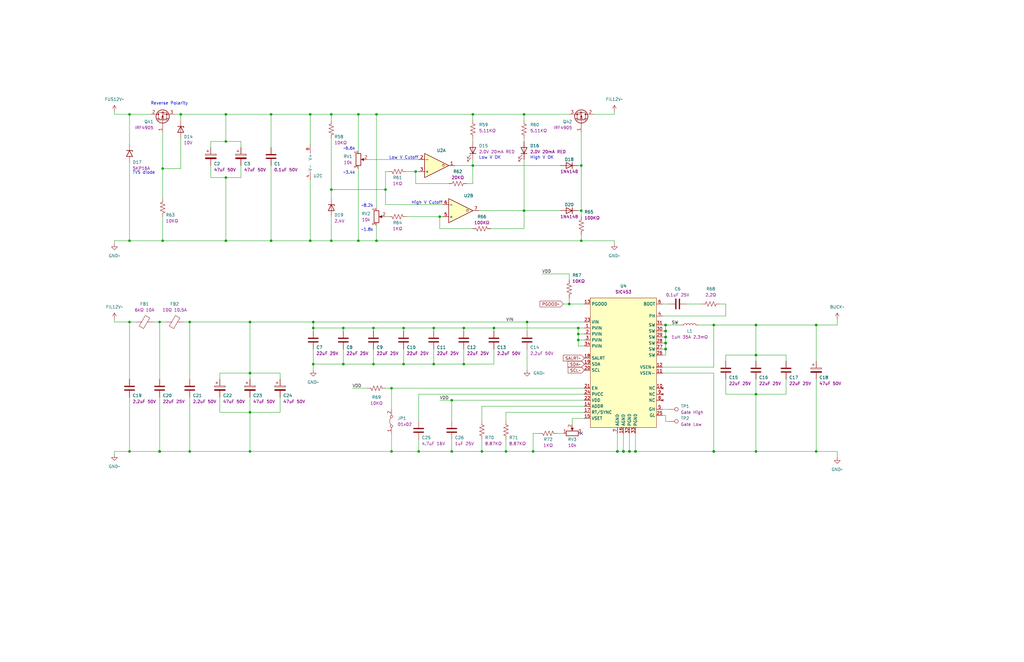
<source format=kicad_sch>
(kicad_sch (version 20230121) (generator eeschema)
  (paper "B")
  (junction (at 243.84 143.51))
  (junction (at 170.18 138.43))
  (junction (at 139.7 80.01))
  (junction (at 224.79 190.5))
  (junction (at 280.67 147.32) (diameter 1.016))
  (junction (at 220.98 48.26))
  (junction (at 203.2 190.5))
  (junction (at 114.3 48.26))
  (junction (at 182.88 138.43))
  (junction (at 158.75 101.6))
  (junction (at 260.35 190.5) (diameter 1.016))
  (junction (at 195.58 138.43))
  (junction (at 76.2 48.26))
  (junction (at 267.97 190.5) (diameter 1.016))
  (junction (at 165.1 190.5))
  (junction (at 300.99 137.16))
  (junction (at 243.84 140.97))
  (junction (at 54.61 101.6))
  (junction (at 280.67 142.24) (diameter 1.016))
  (junction (at 245.11 69.85))
  (junction (at 195.58 153.67))
  (junction (at 95.25 101.6))
  (junction (at 220.98 88.9))
  (junction (at 105.41 173.99))
  (junction (at 199.39 69.85))
  (junction (at 344.17 190.5))
  (junction (at 199.39 48.26))
  (junction (at 185.42 91.44))
  (junction (at 208.28 138.43))
  (junction (at 130.81 101.6))
  (junction (at 280.67 144.78) (diameter 1.016))
  (junction (at 132.08 138.43))
  (junction (at 318.77 166.37))
  (junction (at 318.77 137.16))
  (junction (at 68.58 71.12))
  (junction (at 190.5 190.5))
  (junction (at 67.31 190.5) (diameter 1.016))
  (junction (at 68.58 101.6))
  (junction (at 265.43 190.5) (diameter 1.016))
  (junction (at 280.67 139.7) (diameter 1.016))
  (junction (at 144.78 138.43))
  (junction (at 243.84 138.43))
  (junction (at 130.81 48.26))
  (junction (at 95.25 59.69))
  (junction (at 132.08 135.89))
  (junction (at 54.61 48.26))
  (junction (at 139.7 48.26))
  (junction (at 318.77 149.86))
  (junction (at 165.1 163.83))
  (junction (at 54.61 190.5))
  (junction (at 182.88 153.67))
  (junction (at 95.25 48.26))
  (junction (at 162.56 80.01))
  (junction (at 280.67 137.16) (diameter 1.016))
  (junction (at 318.77 190.5))
  (junction (at 240.03 128.27))
  (junction (at 95.25 74.93))
  (junction (at 157.48 138.43))
  (junction (at 144.78 153.67))
  (junction (at 222.25 135.89))
  (junction (at 170.18 153.67))
  (junction (at 344.17 137.16))
  (junction (at 80.01 190.5))
  (junction (at 105.41 157.48))
  (junction (at 245.11 101.6))
  (junction (at 157.48 153.67))
  (junction (at 190.5 168.91))
  (junction (at 151.13 101.6))
  (junction (at 54.61 135.89))
  (junction (at 67.31 135.89))
  (junction (at 245.11 88.9))
  (junction (at 158.75 48.26))
  (junction (at 80.01 135.89))
  (junction (at 176.53 190.5))
  (junction (at 175.26 72.39))
  (junction (at 105.41 135.89))
  (junction (at 262.89 190.5) (diameter 1.016))
  (junction (at 213.36 190.5))
  (junction (at 114.3 101.6))
  (junction (at 139.7 101.6))
  (junction (at 151.13 48.26))
  (junction (at 132.08 153.67))
  (junction (at 105.41 190.5))
  (junction (at 300.99 190.5) (diameter 1.016))
  (no_connect (at 245.11 182.88))
  (wire (pts (xy 199.39 69.85) (xy 199.39 77.47)))
  (wire (pts (xy 118.11 173.99) (xy 105.41 173.99)))
  (wire (pts (xy 157.48 153.67) (xy 144.78 153.67)))
  (wire (pts (xy 243.84 138.43) (xy 246.38 138.43)))
  (wire (pts (xy 207.01 96.52) (xy 220.98 96.52)))
  (wire (pts (xy 158.75 48.26) (xy 199.39 48.26)))
  (wire (pts (xy 201.93 88.9) (xy 220.98 88.9)))
  (wire (pts (xy 245.11 69.85) (xy 245.11 88.9)))
  (wire (pts (xy 213.36 190.5) (xy 224.79 190.5)))
  (wire (pts (xy 250.19 48.26) (xy 259.08 48.26)))
  (wire (pts (xy 318.77 160.02) (xy 318.77 166.37)))
  (wire (pts (xy 48.26 46.99) (xy 48.26 48.26)))
  (wire (pts (xy 165.1 163.83) (xy 246.38 163.83)))
  (wire (pts (xy 300.99 137.16) (xy 318.77 137.16)))
  (wire (pts (xy 132.08 138.43) (xy 132.08 139.7)))
  (wire (pts (xy 175.26 77.47) (xy 189.23 77.47)))
  (wire (pts (xy 144.78 147.32) (xy 144.78 153.67)))
  (wire (pts (xy 240.03 118.11) (xy 240.03 115.57)))
  (wire (pts (xy 279.4 147.32) (xy 280.67 147.32)))
  (wire (pts (xy 105.41 157.48) (xy 118.11 157.48)))
  (wire (pts (xy 220.98 48.26) (xy 240.03 48.26)))
  (wire (pts (xy 331.47 166.37) (xy 318.77 166.37)))
  (wire (pts (xy 344.17 190.5) (xy 353.06 190.5)))
  (wire (pts (xy 279.4 128.27) (xy 281.94 128.27)))
  (wire (pts (xy 195.58 153.67) (xy 182.88 153.67)))
  (wire (pts (xy 222.25 147.32) (xy 222.25 156.21)))
  (wire (pts (xy 165.1 190.5) (xy 176.53 190.5)))
  (wire (pts (xy 195.58 138.43) (xy 208.28 138.43)))
  (wire (pts (xy 195.58 147.32) (xy 195.58 153.67)))
  (wire (pts (xy 331.47 149.86) (xy 331.47 152.4)))
  (wire (pts (xy 132.08 135.89) (xy 132.08 138.43)))
  (wire (pts (xy 154.94 67.31) (xy 176.53 67.31)))
  (wire (pts (xy 105.41 173.99) (xy 105.41 167.64)))
  (wire (pts (xy 48.26 101.6) (xy 48.26 102.87)))
  (wire (pts (xy 199.39 96.52) (xy 185.42 96.52)))
  (wire (pts (xy 77.47 135.89) (xy 80.01 135.89)))
  (wire (pts (xy 185.42 91.44) (xy 186.69 91.44)))
  (wire (pts (xy 165.1 182.88) (xy 165.1 190.5)))
  (wire (pts (xy 95.25 48.26) (xy 114.3 48.26)))
  (wire (pts (xy 280.67 139.7) (xy 280.67 137.16)))
  (wire (pts (xy 176.53 190.5) (xy 190.5 190.5)))
  (wire (pts (xy 199.39 48.26) (xy 199.39 50.8)))
  (wire (pts (xy 245.11 88.9) (xy 245.11 91.44)))
  (wire (pts (xy 95.25 59.69) (xy 88.9 59.69)))
  (wire (pts (xy 306.07 152.4) (xy 306.07 149.86)))
  (wire (pts (xy 170.18 138.43) (xy 170.18 139.7)))
  (wire (pts (xy 95.25 59.69) (xy 101.6 59.69)))
  (wire (pts (xy 259.08 46.99) (xy 259.08 48.26)))
  (wire (pts (xy 68.58 55.88) (xy 68.58 71.12)))
  (wire (pts (xy 73.66 48.26) (xy 76.2 48.26)))
  (wire (pts (xy 265.43 182.88) (xy 265.43 190.5)))
  (wire (pts (xy 318.77 137.16) (xy 318.77 149.86)))
  (wire (pts (xy 151.13 71.12) (xy 151.13 101.6)))
  (wire (pts (xy 158.75 101.6) (xy 245.11 101.6)))
  (wire (pts (xy 246.38 140.97) (xy 243.84 140.97)))
  (wire (pts (xy 88.9 74.93) (xy 95.25 74.93)))
  (wire (pts (xy 267.97 190.5) (xy 300.99 190.5)))
  (wire (pts (xy 175.26 72.39) (xy 176.53 72.39)))
  (wire (pts (xy 148.59 163.83) (xy 154.94 163.83)))
  (wire (pts (xy 279.4 172.72) (xy 281.94 172.72)))
  (wire (pts (xy 262.89 190.5) (xy 265.43 190.5)))
  (wire (pts (xy 213.36 177.8) (xy 213.36 173.99)))
  (wire (pts (xy 171.45 72.39) (xy 175.26 72.39)))
  (wire (pts (xy 279.4 175.26) (xy 280.67 175.26)))
  (wire (pts (xy 245.11 101.6) (xy 259.08 101.6)))
  (wire (pts (xy 54.61 48.26) (xy 54.61 60.96)))
  (wire (pts (xy 176.53 166.37) (xy 176.53 177.8)))
  (wire (pts (xy 246.38 146.05) (xy 243.84 146.05)))
  (wire (pts (xy 76.2 58.42) (xy 76.2 71.12)))
  (wire (pts (xy 224.79 182.88) (xy 224.79 190.5)))
  (wire (pts (xy 185.42 91.44) (xy 185.42 96.52)))
  (wire (pts (xy 240.03 128.27) (xy 240.03 125.73)))
  (wire (pts (xy 196.85 77.47) (xy 199.39 77.47)))
  (wire (pts (xy 54.61 190.5) (xy 67.31 190.5)))
  (wire (pts (xy 170.18 138.43) (xy 182.88 138.43)))
  (wire (pts (xy 306.07 149.86) (xy 318.77 149.86)))
  (wire (pts (xy 279.4 144.78) (xy 280.67 144.78)))
  (wire (pts (xy 240.03 128.27) (xy 246.38 128.27)))
  (wire (pts (xy 151.13 48.26) (xy 151.13 63.5)))
  (wire (pts (xy 54.61 101.6) (xy 68.58 101.6)))
  (wire (pts (xy 300.99 154.94) (xy 300.99 137.16)))
  (wire (pts (xy 157.48 138.43) (xy 170.18 138.43)))
  (wire (pts (xy 139.7 58.42) (xy 139.7 80.01)))
  (wire (pts (xy 279.4 149.86) (xy 280.67 149.86)))
  (wire (pts (xy 68.58 71.12) (xy 68.58 83.82)))
  (wire (pts (xy 158.75 95.25) (xy 158.75 101.6)))
  (wire (pts (xy 191.77 69.85) (xy 199.39 69.85)))
  (wire (pts (xy 280.67 144.78) (xy 280.67 142.24)))
  (wire (pts (xy 280.67 142.24) (xy 280.67 139.7)))
  (wire (pts (xy 162.56 163.83) (xy 165.1 163.83)))
  (wire (pts (xy 265.43 190.5) (xy 267.97 190.5)))
  (wire (pts (xy 306.07 166.37) (xy 306.07 160.02)))
  (wire (pts (xy 222.25 135.89) (xy 246.38 135.89)))
  (wire (pts (xy 260.35 182.88) (xy 260.35 190.5)))
  (wire (pts (xy 105.41 135.89) (xy 132.08 135.89)))
  (wire (pts (xy 262.89 190.5) (xy 260.35 190.5)))
  (wire (pts (xy 344.17 137.16) (xy 344.17 152.4)))
  (wire (pts (xy 101.6 69.85) (xy 101.6 74.93)))
  (wire (pts (xy 130.81 48.26) (xy 139.7 48.26)))
  (wire (pts (xy 243.84 146.05) (xy 243.84 143.51)))
  (wire (pts (xy 92.71 157.48) (xy 105.41 157.48)))
  (wire (pts (xy 241.3 176.53) (xy 246.38 176.53)))
  (wire (pts (xy 203.2 185.42) (xy 203.2 190.5)))
  (wire (pts (xy 162.56 86.36) (xy 162.56 80.01)))
  (wire (pts (xy 54.61 135.89) (xy 54.61 160.02)))
  (wire (pts (xy 170.18 153.67) (xy 157.48 153.67)))
  (wire (pts (xy 237.49 128.27) (xy 240.03 128.27)))
  (wire (pts (xy 203.2 171.45) (xy 246.38 171.45)))
  (wire (pts (xy 279.4 157.48) (xy 300.99 157.48)))
  (wire (pts (xy 151.13 101.6) (xy 158.75 101.6)))
  (wire (pts (xy 190.5 168.91) (xy 190.5 177.8)))
  (wire (pts (xy 171.45 91.44) (xy 185.42 91.44)))
  (wire (pts (xy 48.26 101.6) (xy 54.61 101.6)))
  (wire (pts (xy 280.67 175.26) (xy 280.67 177.8)))
  (wire (pts (xy 175.26 77.47) (xy 175.26 72.39)))
  (wire (pts (xy 208.28 147.32) (xy 208.28 153.67)))
  (wire (pts (xy 199.39 67.31) (xy 199.39 69.85)))
  (wire (pts (xy 182.88 153.67) (xy 170.18 153.67)))
  (wire (pts (xy 130.81 101.6) (xy 139.7 101.6)))
  (wire (pts (xy 139.7 48.26) (xy 139.7 50.8)))
  (wire (pts (xy 182.88 147.32) (xy 182.88 153.67)))
  (wire (pts (xy 222.25 135.89) (xy 222.25 139.7)))
  (wire (pts (xy 208.28 138.43) (xy 243.84 138.43)))
  (wire (pts (xy 67.31 160.02) (xy 67.31 135.89)))
  (wire (pts (xy 176.53 166.37) (xy 246.38 166.37)))
  (wire (pts (xy 176.53 185.42) (xy 176.53 190.5)))
  (wire (pts (xy 344.17 137.16) (xy 353.06 137.16)))
  (wire (pts (xy 92.71 157.48) (xy 92.71 160.02)))
  (wire (pts (xy 158.75 48.26) (xy 158.75 87.63)))
  (wire (pts (xy 67.31 135.89) (xy 69.85 135.89)))
  (wire (pts (xy 80.01 135.89) (xy 105.41 135.89)))
  (wire (pts (xy 157.48 147.32) (xy 157.48 153.67)))
  (wire (pts (xy 144.78 153.67) (xy 132.08 153.67)))
  (wire (pts (xy 139.7 48.26) (xy 151.13 48.26)))
  (wire (pts (xy 67.31 167.64) (xy 67.31 190.5)))
  (wire (pts (xy 280.67 149.86) (xy 280.67 147.32)))
  (wire (pts (xy 300.99 157.48) (xy 300.99 190.5)))
  (wire (pts (xy 170.18 147.32) (xy 170.18 153.67)))
  (wire (pts (xy 54.61 68.58) (xy 54.61 101.6)))
  (wire (pts (xy 190.5 168.91) (xy 246.38 168.91)))
  (wire (pts (xy 190.5 190.5) (xy 203.2 190.5)))
  (wire (pts (xy 80.01 135.89) (xy 80.01 160.02)))
  (wire (pts (xy 114.3 69.85) (xy 114.3 101.6)))
  (wire (pts (xy 48.26 48.26) (xy 54.61 48.26)))
  (wire (pts (xy 213.36 173.99) (xy 246.38 173.99)))
  (wire (pts (xy 163.83 91.44) (xy 162.56 91.44)))
  (wire (pts (xy 279.4 154.94) (xy 300.99 154.94)))
  (wire (pts (xy 48.26 135.89) (xy 54.61 135.89)))
  (wire (pts (xy 76.2 48.26) (xy 95.25 48.26)))
  (wire (pts (xy 165.1 163.83) (xy 165.1 172.72)))
  (wire (pts (xy 139.7 91.44) (xy 139.7 101.6)))
  (wire (pts (xy 118.11 167.64) (xy 118.11 173.99)))
  (wire (pts (xy 80.01 190.5) (xy 105.41 190.5)))
  (wire (pts (xy 67.31 190.5) (xy 80.01 190.5)))
  (wire (pts (xy 68.58 91.44) (xy 68.58 101.6)))
  (wire (pts (xy 88.9 59.69) (xy 88.9 62.23)))
  (wire (pts (xy 101.6 59.69) (xy 101.6 62.23)))
  (wire (pts (xy 64.77 135.89) (xy 67.31 135.89)))
  (wire (pts (xy 294.64 137.16) (xy 300.99 137.16)))
  (wire (pts (xy 203.2 190.5) (xy 213.36 190.5)))
  (wire (pts (xy 279.4 137.16) (xy 280.67 137.16)))
  (wire (pts (xy 139.7 80.01) (xy 139.7 83.82)))
  (wire (pts (xy 54.61 48.26) (xy 63.5 48.26)))
  (wire (pts (xy 132.08 135.89) (xy 222.25 135.89)))
  (wire (pts (xy 105.41 190.5) (xy 165.1 190.5)))
  (wire (pts (xy 306.07 133.35) (xy 279.4 133.35)))
  (wire (pts (xy 245.11 55.88) (xy 245.11 69.85)))
  (wire (pts (xy 318.77 190.5) (xy 344.17 190.5)))
  (wire (pts (xy 48.26 190.5) (xy 48.26 191.77)))
  (wire (pts (xy 262.89 182.88) (xy 262.89 190.5)))
  (wire (pts (xy 95.25 101.6) (xy 114.3 101.6)))
  (wire (pts (xy 267.97 182.88) (xy 267.97 190.5)))
  (wire (pts (xy 48.26 190.5) (xy 54.61 190.5)))
  (wire (pts (xy 151.13 48.26) (xy 158.75 48.26)))
  (wire (pts (xy 303.53 128.27) (xy 306.07 128.27)))
  (wire (pts (xy 246.38 143.51) (xy 243.84 143.51)))
  (wire (pts (xy 182.88 138.43) (xy 195.58 138.43)))
  (wire (pts (xy 157.48 138.43) (xy 157.48 139.7)))
  (wire (pts (xy 114.3 48.26) (xy 114.3 62.23)))
  (wire (pts (xy 243.84 140.97) (xy 243.84 138.43)))
  (wire (pts (xy 92.71 173.99) (xy 105.41 173.99)))
  (wire (pts (xy 190.5 185.42) (xy 190.5 190.5)))
  (wire (pts (xy 114.3 101.6) (xy 130.81 101.6)))
  (wire (pts (xy 220.98 88.9) (xy 236.22 88.9)))
  (wire (pts (xy 105.41 135.89) (xy 105.41 157.48)))
  (wire (pts (xy 306.07 128.27) (xy 306.07 133.35)))
  (wire (pts (xy 95.25 74.93) (xy 101.6 74.93)))
  (wire (pts (xy 139.7 101.6) (xy 151.13 101.6)))
  (wire (pts (xy 331.47 160.02) (xy 331.47 166.37)))
  (wire (pts (xy 163.83 72.39) (xy 162.56 72.39)))
  (wire (pts (xy 227.33 182.88) (xy 224.79 182.88)))
  (wire (pts (xy 220.98 88.9) (xy 220.98 96.52)))
  (wire (pts (xy 132.08 153.67) (xy 132.08 147.32)))
  (wire (pts (xy 318.77 137.16) (xy 344.17 137.16)))
  (wire (pts (xy 203.2 171.45) (xy 203.2 177.8)))
  (wire (pts (xy 68.58 101.6) (xy 95.25 101.6)))
  (wire (pts (xy 105.41 157.48) (xy 105.41 160.02)))
  (wire (pts (xy 220.98 67.31) (xy 220.98 88.9)))
  (wire (pts (xy 208.28 153.67) (xy 195.58 153.67)))
  (wire (pts (xy 54.61 167.64) (xy 54.61 190.5)))
  (wire (pts (xy 220.98 48.26) (xy 220.98 50.8)))
  (wire (pts (xy 234.95 182.88) (xy 237.49 182.88)))
  (wire (pts (xy 280.67 147.32) (xy 280.67 144.78)))
  (wire (pts (xy 132.08 138.43) (xy 144.78 138.43)))
  (wire (pts (xy 220.98 58.42) (xy 220.98 59.69)))
  (wire (pts (xy 162.56 72.39) (xy 162.56 80.01)))
  (wire (pts (xy 243.84 69.85) (xy 245.11 69.85)))
  (wire (pts (xy 186.69 86.36) (xy 162.56 86.36)))
  (wire (pts (xy 280.67 177.8) (xy 281.94 177.8)))
  (wire (pts (xy 105.41 173.99) (xy 105.41 190.5)))
  (wire (pts (xy 241.3 176.53) (xy 241.3 179.07)))
  (wire (pts (xy 114.3 48.26) (xy 130.81 48.26)))
  (wire (pts (xy 88.9 69.85) (xy 88.9 74.93)))
  (wire (pts (xy 130.81 48.26) (xy 130.81 60.96)))
  (wire (pts (xy 139.7 80.01) (xy 162.56 80.01)))
  (wire (pts (xy 318.77 149.86) (xy 331.47 149.86)))
  (wire (pts (xy 185.42 168.91) (xy 190.5 168.91)))
  (wire (pts (xy 76.2 48.26) (xy 76.2 50.8)))
  (wire (pts (xy 182.88 138.43) (xy 182.88 139.7)))
  (wire (pts (xy 68.58 71.12) (xy 76.2 71.12)))
  (wire (pts (xy 132.08 156.21) (xy 132.08 153.67)))
  (wire (pts (xy 279.4 139.7) (xy 280.67 139.7)))
  (wire (pts (xy 144.78 138.43) (xy 144.78 139.7)))
  (wire (pts (xy 280.67 137.16) (xy 287.02 137.16)))
  (wire (pts (xy 208.28 138.43) (xy 208.28 139.7)))
  (wire (pts (xy 144.78 138.43) (xy 157.48 138.43)))
  (wire (pts (xy 318.77 166.37) (xy 318.77 190.5)))
  (wire (pts (xy 240.03 115.57) (xy 228.6 115.57)))
  (wire (pts (xy 199.39 48.26) (xy 220.98 48.26)))
  (wire (pts (xy 353.06 134.62) (xy 353.06 137.16)))
  (wire (pts (xy 224.79 190.5) (xy 260.35 190.5)))
  (wire (pts (xy 199.39 58.42) (xy 199.39 59.69)))
  (wire (pts (xy 318.77 149.86) (xy 318.77 152.4)))
  (wire (pts (xy 54.61 135.89) (xy 57.15 135.89)))
  (wire (pts (xy 92.71 167.64) (xy 92.71 173.99)))
  (wire (pts (xy 344.17 160.02) (xy 344.17 190.5)))
  (wire (pts (xy 243.84 143.51) (xy 243.84 140.97)))
  (wire (pts (xy 199.39 69.85) (xy 236.22 69.85)))
  (wire (pts (xy 279.4 142.24) (xy 280.67 142.24)))
  (wire (pts (xy 353.06 190.5) (xy 353.06 193.04)))
  (wire (pts (xy 318.77 166.37) (xy 306.07 166.37)))
  (wire (pts (xy 95.25 74.93) (xy 95.25 101.6)))
  (wire (pts (xy 80.01 167.64) (xy 80.01 190.5)))
  (wire (pts (xy 130.81 76.2) (xy 130.81 101.6)))
  (wire (pts (xy 245.11 99.06) (xy 245.11 101.6)))
  (wire (pts (xy 300.99 190.5) (xy 318.77 190.5)))
  (wire (pts (xy 118.11 160.02) (xy 118.11 157.48)))
  (wire (pts (xy 213.36 185.42) (xy 213.36 190.5)))
  (wire (pts (xy 243.84 88.9) (xy 245.11 88.9)))
  (wire (pts (xy 289.56 128.27) (xy 295.91 128.27)))
  (wire (pts (xy 259.08 101.6) (xy 259.08 102.87)))
  (wire (pts (xy 195.58 138.43) (xy 195.58 139.7)))
  (wire (pts (xy 48.26 134.62) (xy 48.26 135.89)))
  (wire (pts (xy 95.25 48.26) (xy 95.25 59.69)))
  (text "~8.2k" (at 157.48 87.63 0) (effects (font (size 1.27 1.27)) (justify right bottom)))
  (text "~3.4k" (at 149.86 73.66 0) (effects (font (size 1.27 1.27)) (justify right bottom)))
  (text "Reverse Polarity" (at 63.5 44.45 0) (effects (font (size 1.27 1.27)) (justify left bottom)))
  (text "High V Cutoff" (at 186.69 86.36 0) (effects (font (size 1.27 1.27)) (justify right bottom)))
  (text "~6.6k" (at 149.86 63.5 0) (effects (font (size 1.27 1.27)) (justify right bottom)))
  (text "Low V OK" (at 201.93 67.31 0) (effects (font (size 1.27 1.27)) (justify left bottom)))
  (text "TVS diode" (at 55.88 73.66 0) (effects (font (size 1.27 1.27)) (justify left bottom)))
  (text "Low V Cutoff" (at 176.53 67.31 0) (effects (font (size 1.27 1.27)) (justify right bottom)))
  (text "~1.8k" (at 157.48 97.79 0) (effects (font (size 1.27 1.27)) (justify right bottom)))
  (text "High V OK" (at 223.52 67.31 0) (effects (font (size 1.27 1.27)) (justify left bottom)))
  (label "SW" (at 283.21 137.16 0))
  (label "VIN" (at 213.36 135.89 0))
  (label "VDD" (at 185.42 168.91 0))
  (label "VDD" (at 228.6 115.57 0))
  (label "VDD" (at 148.59 163.83 0))
  (global_label "SDA~" (shape input) (at 246.38 153.67 180) (property "Intersheetrefs" "${INTERSHEET_REFS}" (effects hide)))
  (global_label "PGOOD~" (shape input) (at 237.49 128.27 180) (property "Intersheetrefs" "${INTERSHEET_REFS}" (effects hide)))
  (global_label "SCL~" (shape input) (at 246.38 156.21 180) (property "Intersheetrefs" "${INTERSHEET_REFS}" (effects hide)))
  (global_label "SALRT~" (shape input) (at 246.38 151.13 180) (property "Intersheetrefs" "${INTERSHEET_REFS}" (effects hide)))
  (symbol (lib_id "FIC Board-libraries:GND~") (at 48.26 102.87 0) (unit 1)
    (property "Reference" "#PWR039" (effects hide))
    (property "Value" "GND~" (at 48.26 107.95 0))
  )
  (symbol (lib_id "Device:R_US") (at 203.2 96.52 90) (mirror x) (unit 1)
    (property "Reference" "R66" (at 203.2 91.44 90))
    (property "Value" "100KΩ 0603" (effects hide))
    (property "Footprint" "Resistor_SMD:R_0603_1608Metric" (effects hide))
    (property "Datasheet" "https://industrial.panasonic.com/cdbs/www-data/pdf/RDQ0000/ast-ind-151033.pdf" (effects hide))
    (property "Unit Price" "0.21" (effects hide))
    (property "Description" "100 kOhms ±1% 0.125W, 1/8W Chip Resistor 0603 (1608 Metric) Automotive AEC-Q200 Thick Film" (effects hide))
    (property "id" "100KΩ" (at 203.2 93.98 90))
    (property "MPN" "ERJ-H3EF1003V" (effects hide))
    (property "Supplier" "https://www.digikey.com/en/products/detail/panasonic-electronic-components/ERJ-H3EF1003V/13877939?s=N4IgjCBcoExaBjKAzAhgGwM4FMA0IB7KAbXAAYAOAdgE4QBdfABwBcoQBlFgJwEsA7AOYgAvvgDM8EEkhoseQiXBhxERiFbsufIaPxgAbFJlyc%2BIpFLiaMACxH1myJx4DhYkDEoBWKU5AAqvy8LADyyACy2KiYAK7c2CD4sewA1qEAFgC2mEkgWQLsYGRkeVmoAB5FJXogALRw0NJQPLEKFqS%2B9B51Rk0yre1Kkt34dXT9Ldxt5kpqIh6%2BTUxQYMwrkDDeHn2gvAAm7F4UvsxszkEh4VEx8Yn4LACeTInOMUj4AI5P7KIiQA" (effects hide))
    (instances (project "FIC Board" (path "" (reference "R66") (unit 1)) (path "" (reference "R?") (unit 1)) (path "" (reference "R?") (unit 1))))
  )
  (symbol (lib_id "Comparator:LM393") (at 184.15 69.85 0) (mirror x) (unit 1)
    (property "Reference" "U2" (at 184.15 63.5 0) (effects (justify left)))
    (property "Value" "LM393DR" (effects hide))
    (property "Footprint" "Package_SO:SOIC-8_3.9x4.9mm_P1.27mm" (effects hide))
    (property "Datasheet" "http://www.ti.com/lit/ds/symlink/lm393.pdf" (effects hide))
    (property "Unit Price" "0.37" (effects hide))
    (property "Description" "Dual Comparator General Purpose" (effects hide))
    (property "MPN" "LM393DR" (effects hide))
    (property "Supplier" "https://www.digikey.com/en/products/detail/texas-instruments/LM393DR/276659" (effects hide))
    (property "id" "LM393DR" (effects hide))
  )
  (symbol (lib_id "Device:C") (at 318.77 156.21 0) (unit 1)
    (property "Reference" "C16" (at 320.04 160.02 0) (effects (justify left bottom)))
    (property "Value" "22uF 25V" (effects hide))
    (property "Footprint" "Capacitor_SMD:C_1210_3225Metric" (effects hide))
    (property "Datasheet" "https://mm.digikey.com/Volume0/opasdata/d220001/medias/docus/797/CL32B226KAJNNNE_Spec.pdf" (effects hide))
    (property "id" "22uF 25V" (at 320.04 162.56 0) (effects (justify left bottom)))
    (property "MPN" "CL32B226KAJNNNE" (effects hide))
    (property "Unit Price" "0.56" (effects hide))
    (property "Supplier" "https://www.digikey.com/en/products/detail/samsung-electro-mechanics/CL32B226KAJNNNE/3889050" (effects hide))
    (property "Description" "22 µF ±10% 25V Ceramic Capacitor X7R 1210 (3225 Metric)" (effects hide))
  )
  (symbol (lib_id "Device:R_US") (at 167.64 91.44 90) (mirror x) (unit 1)
    (property "Reference" "R64" (at 167.64 93.98 90))
    (property "Value" "1KΩ 0603" (effects hide))
    (property "Footprint" "Resistor_SMD:R_0603_1608Metric" (effects hide))
    (property "Datasheet" "https://www.seielect.com/catalog/sei-rncp.pdf" (effects hide))
    (property "Unit Price" "0.10" (effects hide))
    (property "Description" "1 kOhms ±1% 0.125W, 1/8W Chip Resistor 0603 (1608 Metric) Anti-Sulfur Thin Film" (effects hide))
    (property "id" "1KΩ" (at 167.64 96.52 90))
    (property "MPN" "RNCP0603FTD1K00" (effects hide))
    (property "Supplier" "https://www.digikey.com/en/products/detail/stackpole-electronics-inc/RNCP0603FTD1K00/2240106" (effects hide))
    (instances (project "FIC Board" (path "" (reference "R64") (unit 1)) (path "" (reference "R?") (unit 1)) (path "" (reference "R?") (unit 1))))
  )
  (symbol (lib_id "Device:C") (at 144.78 143.51 0) (unit 1)
    (property "Reference" "C8" (at 146.05 147.32 0) (effects (justify left bottom)))
    (property "Value" "22uF 25V" (effects hide))
    (property "Footprint" "Capacitor_SMD:C_1210_3225Metric" (effects hide))
    (property "Datasheet" "https://mm.digikey.com/Volume0/opasdata/d220001/medias/docus/797/CL32B226KAJNNNE_Spec.pdf" (effects hide))
    (property "id" "22uF 25V" (at 146.05 149.86 0) (effects (justify left bottom)))
    (property "MPN" "CL32B226KAJNNNE" (effects hide))
    (property "Unit Price" "0.56" (effects hide))
    (property "Supplier" "https://www.digikey.com/en/products/detail/samsung-electro-mechanics/CL32B226KAJNNNE/3889050" (effects hide))
    (property "Description" "22 µF ±10% 25V Ceramic Capacitor X7R 1210 (3225 Metric)" (effects hide))
  )
  (symbol (lib_id "Device:C") (at 190.5 181.61 0) (unit 1)
    (property "Reference" "C26" (at 191.77 185.42 0) (effects (justify left bottom)))
    (property "Value" "1uF 25V" (effects hide))
    (property "Footprint" "Capacitor_SMD:C_0603_1608Metric" (effects hide))
    (property "Datasheet" "https://mm.digikey.com/Volume0/opasdata/d220001/medias/docus/3644/CL10B105KA8NNNC_spec.pdf" (effects hide))
    (property "Unit Price" "0.10" (effects hide))
    (property "Description" "1 µF ±10% 25V Ceramic Capacitor X7R 0603 (1608 Metric)" (effects hide))
    (property "id" "1uF 25V" (at 191.77 187.96 0) (effects (justify left bottom)))
    (property "MPN" "CL10B105KA8NNNC" (effects hide))
    (property "Supplier" "https://www.digikey.com/en/products/detail/samsung-electro-mechanics/CL10B105KA8NNNC/3886842" (effects hide))
  )
  (symbol (lib_id "Diode:5KPxxA") (at 54.61 64.77 270) (unit 1)
    (property "Reference" "D17" (at 55.88 69.215 90) (effects (justify left bottom)))
    (property "Value" "5KP16A" (effects hide))
    (property "Footprint" "Diode_THT:D_P600_R-6_P20.00mm_Horizontal" (effects hide))
    (property "Datasheet" "https://diotec.com/tl_files/diotec/files/pdf/datasheets/5kp65.pdf" (effects hide))
    (property "Manufacturer Product Number" "5KP16A" (effects hide))
    (property "Unit Price" "2.73" (effects hide))
    (property "Description" "26V Clamp 196.2A Ipp Tvs Diode Through Hole P600" (effects hide))
    (property "id" "5KP16A" (at 55.88 71.755 90) (effects (justify left bottom)))
    (property "MPN" "5KP16A" (effects hide))
    (property "Supplier" "https://www.digikey.com/en/products/detail/littelfuse-inc/5KP16A/556521" (effects hide))
  )
  (symbol (lib_id "FIC Board-libraries:GND~") (at 259.08 102.87 0) (unit 1)
    (property "Reference" "#PWR040" (effects hide))
    (property "Value" "GND~" (at 259.08 107.95 0))
  )
  (symbol (lib_id "Device:LED") (at 220.98 63.5 270) (mirror x) (unit 1)
    (property "Reference" "D16" (at 223.52 62.23 90) (effects (justify left top)))
    (property "Footprint" "LED_SMD:LED_0603_1608Metric" (effects hide))
    (property "Datasheet" "https://optoelectronics.liteon.com/upload/download/DS22-2000-223/LTST-C191KRKT.PDF" (effects hide))
    (property "Unit Price" "0.26" (effects hide))
    (property "Description" "Red 631nm LED Indication - Discrete 2V 0603 (1608 Metric)" (effects hide))
    (property "id" "2.0V 20mA RED" (at 223.52 64.77 90) (effects (justify left top)))
    (property "MPN" "LTST-C191KRKT" (effects hide))
    (property "Supplier" "https://www.digikey.com/en/products/detail/liteon/LTST-C191KRKT/386837" (effects hide))
    (instances (project "FIC Board" (path "" (reference "D16") (unit 1)) (path "" (reference "D?") (unit 1))))
  )
  (symbol (lib_id "Device:R_US") (at 299.72 128.27 90) (unit 1)
    (property "Reference" "R68" (at 299.72 121.92 90))
    (property "Value" "2.2Ω" (effects hide))
    (property "Footprint" "Resistor_SMD:R_0603_1608Metric" (effects hide))
    (property "Datasheet" "https://www.yageo.com/upload/media/product/app/datasheet/rchip/pyu-rc_group_51_rohs_l.pdf" (effects hide))
    (property "Unit Price" "0.10" (effects hide))
    (property "Description" "2.2 Ohms ±1% 0.1W, 1/10W Chip Resistor 0603 (1608 Metric) Moisture Resistant Thick Film" (effects hide))
    (property "id" "2.2Ω" (at 299.72 124.46 90))
    (property "MPN" "RC0603FR-072R2L" (effects hide))
    (property "Supplier" "https://www.digikey.com/en/products/detail/yageo/RC0603FR-072R2L/2827592" (effects hide))
  )
  (symbol (lib_id "Device:R_US") (at 167.64 72.39 90) (mirror x) (unit 1)
    (property "Reference" "R61" (at 167.64 74.93 90))
    (property "Value" "1KΩ 0603" (effects hide))
    (property "Footprint" "Resistor_SMD:R_0603_1608Metric" (effects hide))
    (property "Datasheet" "https://www.seielect.com/catalog/sei-rncp.pdf" (effects hide))
    (property "Unit Price" "0.10" (effects hide))
    (property "Description" "1 kOhms ±1% 0.125W, 1/8W Chip Resistor 0603 (1608 Metric) Anti-Sulfur Thin Film" (effects hide))
    (property "id" "1KΩ" (at 167.64 77.47 90))
    (property "MPN" "RNCP0603FTD1K00" (effects hide))
    (property "Supplier" "https://www.digikey.com/en/products/detail/stackpole-electronics-inc/RNCP0603FTD1K00/2240106" (effects hide))
    (instances (project "FIC Board" (path "" (reference "R61") (unit 1)) (path "" (reference "R?") (unit 1)) (path "" (reference "R?") (unit 1))))
  )
  (symbol (lib_id "Device:R_US") (at 199.39 54.61 0) (unit 1)
    (property "Reference" "R59" (at 201.93 53.34 0) (effects (justify left bottom)))
    (property "Value" "5.11KΩ" (effects hide))
    (property "Footprint" "Resistor_SMD:R_0603_1608Metric" (effects hide))
    (property "Datasheet" "https://www.seielect.com/catalog/sei-rncp.pdf" (effects hide))
    (property "Unit Price" "0.10" (effects hide))
    (property "Description" "5.11 kOhms ±1% 0.125W, 1/8W Chip Resistor 0603 (1608 Metric) Anti-Sulfur Thin Film" (effects hide))
    (property "id" "5.11KΩ" (at 201.93 55.88 0) (effects (justify left bottom)))
    (property "MPN" "RNCP0603FTD5K11" (effects hide))
    (property "Supplier" "https://www.digikey.com/en/products/detail/stackpole-electronics-inc/RNCP0603FTD5K11/2240130?s=N4IgTCBcDaIEoDkDCAFADANjQZgGIBUARAVgGkBGEAXQF8g" (effects hide))
  )
  (symbol (lib_id "Transistor_FET:IRF4905") (at 245.11 50.8 270) (mirror x) (unit 1)
    (property "Reference" "Q42" (at 241.3 52.07 90) (effects (justify right top)))
    (property "Value" "IRF4905" (effects hide))
    (property "Footprint" "Package_TO_SOT_SMD:TO-263-2" (effects hide))
    (property "Datasheet" "http://www.infineon.com/dgdl/irf4905.pdf?fileId=5546d462533600a4015355e32165197c" (effects hide))
    (property "Unit Price" "2.71" (effects hide))
    (property "Description" "P-Channel 55 V 42A (Tc) 170W (Tc) Surface Mount D2PAK" (effects hide))
    (property "id" "IRF4905" (at 241.3 54.61 90) (effects (justify right top)))
    (property "MPN" "IRF4905STRLPBF" (effects hide))
    (property "Supplier" "https://www.digikey.com/en/products/detail/infineon-technologies/IRF4905STRLPBF/1928283" (effects hide))
  )
  (symbol (lib_id "Diode:1N47xxA") (at 76.2 54.61 270) (unit 1)
    (property "Reference" "D14" (at 77.47 58.42 90) (effects (justify left bottom)))
    (property "Value" "10V Zener SOD-80" (effects hide))
    (property "Footprint" "Diode_SMD:D_MiniMELF" (effects hide))
    (property "Datasheet" "https://www.vishay.com/docs/85816/1n4728a.pdf" (effects hide))
    (property "Unit Price" "0.32" (effects hide))
    (property "Description" "Zener Diode 10 V 500 mW ±5% Surface Mount SOD-80 QuadroMELF" (effects hide))
    (property "id" "10V" (at 77.47 60.96 90) (effects (justify left bottom)))
    (property "MPN" "BZT55B10-GS08" (effects hide))
    (property "Supplier" "https://www.digikey.com/en/products/detail/vishay-general-semiconductor-diodes-division/BZT55B10-GS08/4830899" (effects hide))
    (instances (project "FIC Board" (path "" (reference "D14") (unit 1)) (path "" (reference "D?") (unit 1))))
  )
  (symbol (lib_id "Device:C") (at 132.08 143.51 0) (unit 1)
    (property "Reference" "C7" (at 133.35 147.32 0) (effects (justify left bottom)))
    (property "Value" "22uF 25V" (effects hide))
    (property "Footprint" "Capacitor_SMD:C_1210_3225Metric" (effects hide))
    (property "Datasheet" "https://mm.digikey.com/Volume0/opasdata/d220001/medias/docus/797/CL32B226KAJNNNE_Spec.pdf" (effects hide))
    (property "id" "22uF 25V" (at 133.35 149.86 0) (effects (justify left bottom)))
    (property "MPN" "CL32B226KAJNNNE" (effects hide))
    (property "Unit Price" "0.56" (effects hide))
    (property "Supplier" "https://www.digikey.com/en/products/detail/samsung-electro-mechanics/CL32B226KAJNNNE/3889050" (effects hide))
    (property "Description" "22 µF ±10% 25V Ceramic Capacitor X7R 1210 (3225 Metric)" (effects hide))
  )
  (symbol (lib_id "FIC Board-libraries:GND~") (at 353.06 193.04 0) (unit 1)
    (property "Reference" "#PWR046" (effects hide))
    (property "Value" "GND~" (at 353.06 198.12 0))
  )
  (symbol (lib_id "FIC Board-libraries:GND~") (at 222.25 156.21 0) (unit 1)
    (property "Reference" "#PWR044" (effects hide))
    (property "Value" "GND~" (at 227.33 157.48 0))
  )
  (symbol (lib_id "Device:C") (at 67.31 163.83 0) (unit 1)
    (property "Reference" "C20" (at 68.58 167.64 0) (effects (justify left bottom)))
    (property "Value" "22uF 25V" (effects hide))
    (property "Footprint" "Capacitor_SMD:C_1210_3225Metric" (effects hide))
    (property "Datasheet" "https://mm.digikey.com/Volume0/opasdata/d220001/medias/docus/797/CL32B226KAJNNNE_Spec.pdf" (effects hide))
    (property "id" "22uF 25V" (at 68.58 170.18 0) (effects (justify left bottom)))
    (property "MPN" "CL32B226KAJNNNE" (effects hide))
    (property "Unit Price" "0.56" (effects hide))
    (property "Supplier" "https://www.digikey.com/en/products/detail/samsung-electro-mechanics/CL32B226KAJNNNE/3889050" (effects hide))
    (property "Description" "22 µF ±10% 25V Ceramic Capacitor X7R 1210 (3225 Metric)" (effects hide))
  )
  (symbol (lib_id "Device:C_Polarized") (at 92.71 163.83 0) (unit 1)
    (property "Reference" "C22" (at 93.98 167.64 0) (effects (justify left bottom)))
    (property "Value" "47uF 50V" (effects hide))
    (property "Footprint" "Capacitor_SMD:CP_Elec_6.3x5.9" (effects hide))
    (property "Datasheet" "https://www.we-online.com/components/products/datasheet/865080645012.pdf" (effects hide))
    (property "Unit Price" "0.33" (effects hide))
    (property "Description" "865080645012" (effects hide))
    (property "id" "47uF 50V" (at 93.98 170.18 0) (effects (justify left bottom)))
    (property "MPN" "865080645012" (effects hide))
    (property "Supplier" "https://www.digikey.com/en/products/detail/w%C3%BCrth-elektronik/865080645012/5728052" (effects hide))
  )
  (symbol (lib_id "Device:C") (at 176.53 181.61 0) (unit 1)
    (property "Reference" "C25" (at 177.8 185.42 0) (effects (justify left bottom)))
    (property "Value" "4.7u" (effects hide))
    (property "Footprint" "Capacitor_SMD:C_0603_1608Metric" (effects hide))
    (property "Datasheet" "https://search.murata.co.jp/Ceramy/image/img/A01X/G101/ENG/GRM188Z71C475KE21-01A.pdf" (effects hide))
    (property "Unit Price" "0.23" (effects hide))
    (property "Description" "4.7 µF ±10% 16V Ceramic Capacitor X7R 0603 (1608 Metric)" (effects hide))
    (property "id" "4.7uF 16V" (at 177.8 187.96 0) (effects (justify left bottom)))
    (property "MPN" "GRM188Z71C475KE21J" (effects hide))
    (property "Supplier" "https://www.digikey.com/en/products/detail/murata-electronics/GRM188Z71C475KE21J/16033436" (effects hide))
  )
  (symbol (lib_id "Device:C") (at 170.18 143.51 0) (unit 1)
    (property "Reference" "C10" (at 171.45 147.32 0) (effects (justify left bottom)))
    (property "Value" "22uF 25V" (effects hide))
    (property "Footprint" "Capacitor_SMD:C_1210_3225Metric" (effects hide))
    (property "Datasheet" "https://mm.digikey.com/Volume0/opasdata/d220001/medias/docus/797/CL32B226KAJNNNE_Spec.pdf" (effects hide))
    (property "id" "22uF 25V" (at 171.45 149.86 0) (effects (justify left bottom)))
    (property "MPN" "CL32B226KAJNNNE" (effects hide))
    (property "Unit Price" "0.56" (effects hide))
    (property "Supplier" "https://www.digikey.com/en/products/detail/samsung-electro-mechanics/CL32B226KAJNNNE/3889050" (effects hide))
    (property "Description" "22 µF ±10% 25V Ceramic Capacitor X7R 1210 (3225 Metric)" (effects hide))
  )
  (symbol (lib_id "FIC Board-libraries:FUS12V~") (at 48.26 46.99 0) (unit 1) (in_bom no) (on_board no)
    (property "Reference" "#PWR036" (effects hide))
    (property "Value" "FUS12V~" (at 48.26 41.91 0))
  )
  (symbol (lib_id "Comparator:LM393") (at 133.35 68.58 0) (unit 3)
    (property "Reference" "U2" (at 132.08 74.93 0) (effects (justify left bottom)))
    (property "Value" "LM393DR" (effects hide))
    (property "Footprint" "Package_SO:SOIC-8_3.9x4.9mm_P1.27mm" (effects hide))
    (property "Datasheet" "http://www.ti.com/lit/ds/symlink/lm393.pdf" (effects hide))
    (property "Unit Price" "0.37" (effects hide))
    (property "Description" "Dual Comparator General Purpose" (effects hide))
    (property "MPN" "LM393DR" (effects hide))
    (property "Supplier" "https://www.digikey.com/en/products/detail/texas-instruments/LM393DR/276659" (effects hide))
    (property "id" "LM393DR" (effects hide))
  )
  (symbol (lib_id "FIC Board-libraries:SIC453ED-T1-GE3") (at 264.16 151.13 0) (unit 1)
    (property "Reference" "U4" (at 262.89 120.65 0))
    (property "Value" "SIC453ED-T1-GE3" (effects hide))
    (property "Footprint" "FIC Board-footprints:SiC45X" (effects hide))
    (property "Datasheet" "www.vishay.com/docs/77863/sic450_sic451_sic453.pdf" (effects hide))
    (property "MPN" "SIC453ED-T1-GE3" (effects hide))
    (property "Unit Price" "5.23" (effects hide))
    (property "Supplier" "https://www.digikey.com/en/products/detail/vishay-siliconix/SIC453ED-T1-GE3/13540579?s=N4IgTCBcDaIMoEkDCAWArAZhAXQL5A" (effects hide))
    (property "id" "SIC453" (at 262.89 123.19 0))
    (property "Description" "Buck Switching Regulator IC Positive Adjustable 0.3V 1 Output 15A 34-PowerWFQFN" (effects hide))
  )
  (symbol (lib_id "Device:R_Potentiometer") (at 241.3 182.88 90) (unit 1)
    (property "Reference" "RV3" (at 241.3 185.42 90))
    (property "Value" "10k" (effects hide))
    (property "Footprint" "Potentiometer_THT:Potentiometer_Bourns_3296X_Horizontal" (effects hide))
    (property "Datasheet" "https://www.bourns.com/docs/product-datasheets/3296.pdf" (effects hide))
    (property "Unit Price" "2.43" (effects hide))
    (property "Description" "10 kOhms 0.5W, 1/2W PC Pins Through Hole Trimmer Potentiometer Cermet 25 Turn Side Adjustment" (effects hide))
    (property "id" "10k" (at 241.3 187.96 90))
    (property "MPN" "3296X-1-103LF" (effects hide))
    (property "Supplier" "https://www.digikey.com/en/products/detail/bourns-inc/3296X-1-103LF/1088065" (effects hide))
  )
  (symbol (lib_id "Diode:1N4007") (at 240.03 69.85 180) (unit 1)
    (property "Reference" "D18" (at 240.03 67.31 0))
    (property "Value" "1N4148W-13-F" (effects hide))
    (property "Footprint" "Diode_SMD:D_SOD-123" (effects hide))
    (property "Datasheet" "http://www.vishay.com/docs/88503/1n4001.pdf" (effects hide))
    (property "Unit Price" "0.18" (effects hide))
    (property "Description" "SURFACE MOUNT FAST SWITCHING DIODE" (effects hide))
    (property "id" "1N4148" (at 240.03 72.39 0))
    (property "MPN" "1N4148W-13-F" (effects hide))
    (property "Supplier" "https://www.digikey.com/en/products/detail/diodes-incorporated/1N4148W-13-F/1933928?s=N4IgTCBcDaIIwDkAsckA4DqBaOBmLAYiALoC%2BQA" (effects hide))
    (property "Sim.Device" "D" (effects hide))
    (property "Sim.Pins" "1=K 2=A" (effects hide))
  )
  (symbol (lib_id "FIC Board-libraries:FIL12V~") (at 259.08 46.99 0) (unit 1) (in_bom no) (on_board no)
    (property "Reference" "#PWR037" (effects hide))
    (property "Value" "FIL12V~" (at 259.08 41.91 0))
  )
  (symbol (lib_id "FIC Board-libraries:GND~") (at 132.08 156.21 0) (unit 1)
    (property "Reference" "#PWR043" (effects hide))
    (property "Value" "GND~" (at 132.08 161.29 0))
  )
  (symbol (lib_id "Connector:TestPoint") (at 281.94 177.8 270) (unit 1) (in_bom no)
    (property "Reference" "TP2" (at 287.02 176.53 90) (effects (justify left)))
    (property "Value" "TestPoint" (effects hide))
    (property "Footprint" "TestPoint:TestPoint_Pad_1.0x1.0mm" (effects hide))
    (property "id" "Gate Low" (at 287.02 179.07 90) (effects (justify left)))
  )
  (symbol (lib_id "Device:R_US") (at 158.75 163.83 90) (mirror x) (unit 1)
    (property "Reference" "R69" (at 158.75 167.64 90))
    (property "Value" "10KΩ 0603" (effects hide))
    (property "Footprint" "Resistor_SMD:R_0603_1608Metric" (effects hide))
    (property "Datasheet" "https://www.seielect.com/catalog/sei-rncp.pdf" (effects hide))
    (property "Manufacturer Product Number" "RNCP0603FTD10K0" (effects hide))
    (property "Unit Price" "0.10" (effects hide))
    (property "Description" "10 kOhms ±1% 0.125W, 1/8W Chip Resistor 0603 (1608 Metric) Anti-Sulfur Thin Film" (effects hide))
    (property "id" "10KΩ" (at 158.75 170.18 90))
    (property "MPN" "RNCP0603FTD10K0" (effects hide))
    (property "Supplier" "https://www.digikey.com/en/products/detail/stackpole-electronics-inc/RNCP0603FTD10K0/2240139?s=N4IgTCBcDaIEoDkDCAFADANjQZgGIBUARARjQGk0QBdAXyA" (effects hide))
    (instances (project "FIC Board" (path "" (reference "R69") (unit 1)) (path "" (reference "R?") (unit 1)) (path "" (reference "R?") (unit 1))))
  )
  (symbol (lib_id "Device:C") (at 285.75 128.27 90) (unit 1)
    (property "Reference" "C6" (at 285.75 121.92 90))
    (property "Value" "0.1uF" (effects hide))
    (property "Footprint" "Capacitor_SMD:C_0603_1608Metric" (effects hide))
    (property "Datasheet" "https://datasheets.kyocera-avx.com/KGM_X7R.pdf" (effects hide))
    (property "Unit Price" "0.10" (effects hide))
    (property "Description" "0.1 µF ±10% 25V Ceramic Capacitor X7R 0603 (1608 Metric)" (effects hide))
    (property "id" "0.1uF 25V" (at 285.75 124.46 90))
    (property "MPN" "KGM15BR71E104KM" (effects hide))
    (property "Supplier" "https://www.digikey.com/en/products/detail/kyocera-avx/KGM15BR71E104KM/3247517" (effects hide))
  )
  (symbol (lib_id "Device:R_US") (at 231.14 182.88 90) (mirror x) (unit 1)
    (property "Reference" "R72" (at 231.14 185.42 90))
    (property "Value" "1KΩ 0603" (effects hide))
    (property "Footprint" "Resistor_SMD:R_0603_1608Metric" (effects hide))
    (property "Datasheet" "https://www.seielect.com/catalog/sei-rncp.pdf" (effects hide))
    (property "Unit Price" "0.10" (effects hide))
    (property "Description" "1 kOhms ±1% 0.125W, 1/8W Chip Resistor 0603 (1608 Metric) Anti-Sulfur Thin Film" (effects hide))
    (property "id" "1KΩ" (at 231.14 187.96 90))
    (property "MPN" "RNCP0603FTD1K00" (effects hide))
    (property "Supplier" "https://www.digikey.com/en/products/detail/stackpole-electronics-inc/RNCP0603FTD1K00/2240106" (effects hide))
    (instances (project "FIC Board" (path "" (reference "R72") (unit 1)) (path "" (reference "R?") (unit 1)) (path "" (reference "R?") (unit 1))))
  )
  (symbol (lib_id "Device:R_US") (at 240.03 121.92 0) (mirror y) (unit 1)
    (property "Reference" "R67" (at 241.3 116.84 0) (effects (justify right bottom)))
    (property "Value" "10KΩ 0603" (effects hide))
    (property "Footprint" "Resistor_SMD:R_0603_1608Metric" (effects hide))
    (property "Datasheet" "https://www.seielect.com/catalog/sei-rncp.pdf" (effects hide))
    (property "Manufacturer Product Number" "RNCP0603FTD10K0" (effects hide))
    (property "Unit Price" "0.10" (effects hide))
    (property "Description" "10 kOhms ±1% 0.125W, 1/8W Chip Resistor 0603 (1608 Metric) Anti-Sulfur Thin Film" (effects hide))
    (property "id" "10KΩ" (at 241.3 119.38 0) (effects (justify right bottom)))
    (property "MPN" "RNCP0603FTD10K0" (effects hide))
    (property "Supplier" "https://www.digikey.com/en/products/detail/stackpole-electronics-inc/RNCP0603FTD10K0/2240139?s=N4IgTCBcDaIEoDkDCAFADANjQZgGIBUARARjQGk0QBdAXyA" (effects hide))
    (instances (project "FIC Board" (path "" (reference "R67") (unit 1)) (path "" (reference "R?") (unit 1)) (path "" (reference "R?") (unit 1))))
  )
  (symbol (lib_id "Device:R_US") (at 203.2 181.61 0) (unit 1)
    (property "Reference" "R70" (at 204.47 185.42 0) (effects (justify left bottom)))
    (property "Value" "8.87KΩ" (effects hide))
    (property "Footprint" "Resistor_SMD:R_0603_1608Metric" (effects hide))
    (property "Datasheet" "https://www.vishay.com/docs/20035/dcrcwe3.pdf" (effects hide))
    (property "Unit Price" "0.10" (effects hide))
    (property "Description" "8.87 Ohms ±1% 0.1W, 1/10W Chip Resistor 0603 (1608 Metric) Automotive AEC-Q200 Thick Film" (effects hide))
    (property "id" "8.87KΩ" (at 204.47 187.96 0) (effects (justify left bottom)))
    (property "MPN" "CRCW06038R87FKEA" (effects hide))
    (property "Supplier" "https://www.digikey.com/en/products/detail/vishay-dale/CRCW06038R87FKEA/1961645" (effects hide))
  )
  (symbol (lib_id "Device:FerriteBead") (at 60.96 135.89 90) (unit 1)
    (property "Reference" "FB1" (at 60.9092 128.27 90))
    (property "Value" "74279221100" (effects hide))
    (property "Footprint" "Inductor_SMD:L_1206_3216Metric_Pad1.22x1.90mm_HandSolder" (effects hide))
    (property "Datasheet" "https://www.we-online.com/components/products/datasheet/742792903.pdf" (effects hide))
    (property "MPN" "742792903" (effects hide))
    (property "Unit Price" "2.87" (effects hide))
    (property "Supplier" "https://www.digikey.com/en/products/detail/w%C3%BCrth-elektronik/742792903/2901096?s=N4IgTCBcDaIOwBYxwJxhQBgMwgLoF8g" (effects hide))
    (property "id" "6kΩ 10A" (at 60.96 130.81 90))
    (property "Description" "6k Ohms @ 37MHz 1 Ferrite Bead 2-SMD, J-Lead 10A 9mOhm" (effects hide))
  )
  (symbol (lib_id "Device:R_Potentiometer") (at 151.13 67.31 0) (unit 1)
    (property "Reference" "RV1" (at 148.59 66.04 0) (effects (justify right)))
    (property "Value" "10k" (effects hide))
    (property "Footprint" "Potentiometer_THT:Potentiometer_Bourns_3296X_Horizontal" (effects hide))
    (property "Datasheet" "https://www.bourns.com/docs/product-datasheets/3296.pdf" (effects hide))
    (property "Unit Price" "2.43" (effects hide))
    (property "Description" "10 kOhms 0.5W, 1/2W PC Pins Through Hole Trimmer Potentiometer Cermet 25 Turn Side Adjustment" (effects hide))
    (property "id" "10k" (at 148.59 68.58 0) (effects (justify right)))
    (property "MPN" "3296X-1-103LF" (effects hide))
    (property "Supplier" "https://www.digikey.com/en/products/detail/bourns-inc/3296X-1-103LF/1088065" (effects hide))
  )
  (symbol (lib_id "FIC Board-libraries:FIL12V~") (at 48.26 134.62 0) (unit 1) (in_bom no) (on_board no)
    (property "Reference" "#PWR041" (effects hide))
    (property "Value" "FIL12V~" (at 48.26 129.54 0))
  )
  (symbol (lib_id "Device:R_Potentiometer") (at 158.75 91.44 0) (unit 1)
    (property "Reference" "RV2" (at 156.21 90.17 0) (effects (justify right)))
    (property "Value" "10k" (effects hide))
    (property "Footprint" "Potentiometer_THT:Potentiometer_Bourns_3296X_Horizontal" (effects hide))
    (property "Datasheet" "https://www.bourns.com/docs/product-datasheets/3296.pdf" (effects hide))
    (property "Unit Price" "2.43" (effects hide))
    (property "Description" "10 kOhms 0.5W, 1/2W PC Pins Through Hole Trimmer Potentiometer Cermet 25 Turn Side Adjustment" (effects hide))
    (property "id" "10k" (at 156.21 92.71 0) (effects (justify right)))
    (property "MPN" "3296X-1-103LF" (effects hide))
    (property "Supplier" "https://www.digikey.com/en/products/detail/bourns-inc/3296X-1-103LF/1088065" (effects hide))
  )
  (symbol (lib_id "Device:C_Polarized") (at 101.6 66.04 0) (unit 1)
    (property "Reference" "C3" (at 102.87 69.85 0) (effects (justify left bottom)))
    (property "Value" "47uF 50V" (effects hide))
    (property "Footprint" "Capacitor_SMD:CP_Elec_6.3x5.9" (effects hide))
    (property "Datasheet" "https://www.we-online.com/components/products/datasheet/865080645012.pdf" (effects hide))
    (property "Unit Price" "0.33" (effects hide))
    (property "Description" "865080645012" (effects hide))
    (property "id" "47uF 50V" (at 102.87 72.39 0) (effects (justify left bottom)))
    (property "MPN" "865080645012" (effects hide))
    (property "Supplier" "https://www.digikey.com/en/products/detail/w%C3%BCrth-elektronik/865080645012/5728052" (effects hide))
  )
  (symbol (lib_id "Device:C") (at 222.25 143.51 0) (unit 1)
    (property "Reference" "C14" (at 223.52 147.32 0) (effects (justify left bottom)))
    (property "Value" "2.2uF 50V" (effects hide))
    (property "Footprint" "Capacitor_SMD:C_0603_1608Metric" (effects hide))
    (property "Datasheet" "https://search.murata.co.jp/Ceramy/image/img/A01X/G101/ENG/GRM188R61H225ME11-01.pdf" (effects hide))
    (property "id" "2.2uF 50V" (at 223.52 149.86 0) (effects (justify left bottom)))
    (property "MPN" "GRM188R61H225ME11D" (effects hide))
    (property "Unit Price" "0.26" (effects hide))
    (property "Supplier" "https://www.digikey.com/en/products/detail/murata-electronics/GRM188R61H225ME11D/4905365" (effects hide))
    (property "Description" "2.2 µF ±20% 50V Ceramic Capacitor X5R 0603 (1608 Metric)" (effects hide))
  )
  (symbol (lib_id "Device:C") (at 331.47 156.21 0) (unit 1)
    (property "Reference" "C17" (at 332.74 160.02 0) (effects (justify left bottom)))
    (property "Value" "22uF 25V" (effects hide))
    (property "Footprint" "Capacitor_SMD:C_1210_3225Metric" (effects hide))
    (property "Datasheet" "https://mm.digikey.com/Volume0/opasdata/d220001/medias/docus/797/CL32B226KAJNNNE_Spec.pdf" (effects hide))
    (property "id" "22uF 25V" (at 332.74 162.56 0) (effects (justify left bottom)))
    (property "MPN" "CL32B226KAJNNNE" (effects hide))
    (property "Unit Price" "0.56" (effects hide))
    (property "Supplier" "https://www.digikey.com/en/products/detail/samsung-electro-mechanics/CL32B226KAJNNNE/3889050" (effects hide))
    (property "Description" "22 µF ±10% 25V Ceramic Capacitor X7R 1210 (3225 Metric)" (effects hide))
  )
  (symbol (lib_id "Device:C") (at 306.07 156.21 0) (unit 1)
    (property "Reference" "C15" (at 307.34 160.02 0) (effects (justify left bottom)))
    (property "Value" "22uF 25V" (effects hide))
    (property "Footprint" "Capacitor_SMD:C_1210_3225Metric" (effects hide))
    (property "Datasheet" "https://mm.digikey.com/Volume0/opasdata/d220001/medias/docus/797/CL32B226KAJNNNE_Spec.pdf" (effects hide))
    (property "id" "22uF 25V" (at 307.34 162.56 0) (effects (justify left bottom)))
    (property "MPN" "CL32B226KAJNNNE" (effects hide))
    (property "Unit Price" "0.56" (effects hide))
    (property "Supplier" "https://www.digikey.com/en/products/detail/samsung-electro-mechanics/CL32B226KAJNNNE/3889050" (effects hide))
    (property "Description" "22 µF ±10% 25V Ceramic Capacitor X7R 1210 (3225 Metric)" (effects hide))
  )
  (symbol (lib_id "Device:C") (at 114.3 66.04 0) (unit 1)
    (property "Reference" "C1" (at 115.57 69.85 0) (effects (justify left bottom)))
    (property "Value" "0.1u 50V" (effects hide))
    (property "Footprint" "Capacitor_THT:C_Disc_D4.7mm_W2.5mm_P5.00mm" (effects hide))
    (property "Datasheet" "https://connect.kemet.com:7667/gateway/IntelliData-ComponentDocumentation/1.0/download/datasheet/C322C104K5R5TA7317" (effects hide))
    (property "Unit Price" "0.29" (effects hide))
    (property "Description" "0.1 µF ±10% 50V Ceramic Capacitor X7R Radial" (effects hide))
    (property "id" "0.1uF 50V" (at 115.57 72.39 0) (effects (justify left bottom)))
    (property "MPN" "C322C104K5R5TA7317" (effects hide))
    (property "Supplier" "https://www.digikey.com/en/products/detail/kemet/C322C104K5R5TA7317/6562476?s=N4IgTCBcDaIMIGYxjgRgAwBYDSBWASrgCoCCA7AqmSALoC%2BQA" (effects hide))
  )
  (symbol (lib_id "Device:R_US") (at 220.98 54.61 0) (unit 1)
    (property "Reference" "R60" (at 223.52 53.34 0) (effects (justify left bottom)))
    (property "Value" "5.11KΩ" (effects hide))
    (property "Footprint" "Resistor_SMD:R_0603_1608Metric" (effects hide))
    (property "Datasheet" "https://www.seielect.com/catalog/sei-rncp.pdf" (effects hide))
    (property "Unit Price" "0.10" (effects hide))
    (property "Description" "5.11 kOhms ±1% 0.125W, 1/8W Chip Resistor 0603 (1608 Metric) Anti-Sulfur Thin Film" (effects hide))
    (property "id" "5.11KΩ" (at 223.52 55.88 0) (effects (justify left bottom)))
    (property "MPN" "RNCP0603FTD5K11" (effects hide))
    (property "Supplier" "https://www.digikey.com/en/products/detail/stackpole-electronics-inc/RNCP0603FTD5K11/2240130?s=N4IgTCBcDaIEoDkDCAFADANjQZgGIBUARAVgGkBGEAXQF8g" (effects hide))
  )
  (symbol (lib_id "FIC Board-libraries:BUCK~") (at 353.06 134.62 0) (unit 1) (in_bom no) (on_board no)
    (property "Reference" "#PWR042" (effects hide))
    (property "Value" "BUCK~" (at 353.06 129.54 0))
  )
  (symbol (lib_id "Connector:TestPoint") (at 281.94 172.72 270) (unit 1) (in_bom no)
    (property "Reference" "TP1" (at 287.02 171.45 90) (effects (justify left)))
    (property "Value" "TestPoint" (effects hide))
    (property "Footprint" "TestPoint:TestPoint_Pad_1.0x1.0mm" (effects hide))
    (property "id" "Gate High" (at 287.02 173.99 90) (effects (justify left)))
  )
  (symbol (lib_id "Device:C") (at 182.88 143.51 0) (unit 1)
    (property "Reference" "C11" (at 184.15 147.32 0) (effects (justify left bottom)))
    (property "Value" "22uF 25V" (effects hide))
    (property "Footprint" "Capacitor_SMD:C_1210_3225Metric" (effects hide))
    (property "Datasheet" "https://mm.digikey.com/Volume0/opasdata/d220001/medias/docus/797/CL32B226KAJNNNE_Spec.pdf" (effects hide))
    (property "id" "22uF 25V" (at 184.15 149.86 0) (effects (justify left bottom)))
    (property "MPN" "CL32B226KAJNNNE" (effects hide))
    (property "Unit Price" "0.56" (effects hide))
    (property "Supplier" "https://www.digikey.com/en/products/detail/samsung-electro-mechanics/CL32B226KAJNNNE/3889050" (effects hide))
    (property "Description" "22 µF ±10% 25V Ceramic Capacitor X7R 1210 (3225 Metric)" (effects hide))
  )
  (symbol (lib_id "Device:C") (at 54.61 163.83 0) (unit 1)
    (property "Reference" "C19" (at 55.88 167.64 0) (effects (justify left bottom)))
    (property "Value" "2.2uF 50V" (effects hide))
    (property "Footprint" "Capacitor_SMD:C_0603_1608Metric" (effects hide))
    (property "Datasheet" "https://search.murata.co.jp/Ceramy/image/img/A01X/G101/ENG/GRM188R61H225ME11-01.pdf" (effects hide))
    (property "id" "2.2uF 50V" (at 55.88 170.18 0) (effects (justify left bottom)))
    (property "MPN" "GRM188R61H225ME11D" (effects hide))
    (property "Unit Price" "0.26" (effects hide))
    (property "Supplier" "https://www.digikey.com/en/products/detail/murata-electronics/GRM188R61H225ME11D/4905365" (effects hide))
    (property "Description" "2.2 µF ±20% 50V Ceramic Capacitor X5R 0603 (1608 Metric)" (effects hide))
  )
  (symbol (lib_id "Device:R_US") (at 245.11 95.25 0) (mirror y) (unit 1)
    (property "Reference" "R65" (at 246.38 90.17 0) (effects (justify right bottom)))
    (property "Value" "100KΩ 0603" (effects hide))
    (property "Footprint" "Resistor_SMD:R_0603_1608Metric" (effects hide))
    (property "Datasheet" "https://industrial.panasonic.com/cdbs/www-data/pdf/RDQ0000/ast-ind-151033.pdf" (effects hide))
    (property "Unit Price" "0.21" (effects hide))
    (property "Description" "100 kOhms ±1% 0.125W, 1/8W Chip Resistor 0603 (1608 Metric) Automotive AEC-Q200 Thick Film" (effects hide))
    (property "id" "100KΩ" (at 246.38 92.71 0) (effects (justify right bottom)))
    (property "MPN" "ERJ-H3EF1003V" (effects hide))
    (property "Supplier" "https://www.digikey.com/en/products/detail/panasonic-electronic-components/ERJ-H3EF1003V/13877939?s=N4IgjCBcoExaBjKAzAhgGwM4FMA0IB7KAbXAAYAOAdgE4QBdfABwBcoQBlFgJwEsA7AOYgAvvgDM8EEkhoseQiXBhxERiFbsufIaPxgAbFJlyc%2BIpFLiaMACxH1myJx4DhYkDEoBWKU5AAqvy8LADyyACy2KiYAK7c2CD4sewA1qEAFgC2mEkgWQLsYGRkeVmoAB5FJXogALRw0NJQPLEKFqS%2B9B51Rk0yre1Kkt34dXT9Ldxt5kpqIh6%2BTUxQYMwrkDDeHn2gvAAm7F4UvsxszkEh4VEx8Yn4LACeTInOMUj4AI5P7KIiQA" (effects hide))
    (instances (project "FIC Board" (path "" (reference "R65") (unit 1)) (path "" (reference "R?") (unit 1)) (path "" (reference "R?") (unit 1))))
  )
  (symbol (lib_id "Device:LED") (at 199.39 63.5 270) (mirror x) (unit 1)
    (property "Reference" "D15" (at 201.93 62.23 90) (effects (justify left top)))
    (property "Footprint" "LED_SMD:LED_0603_1608Metric" (effects hide))
    (property "Datasheet" "https://optoelectronics.liteon.com/upload/download/DS22-2000-223/LTST-C191KRKT.PDF" (effects hide))
    (property "Unit Price" "0.26" (effects hide))
    (property "Description" "Red 631nm LED Indication - Discrete 2V 0603 (1608 Metric)" (effects hide))
    (property "id" "2.0V 20mA RED" (at 201.93 64.77 90) (effects (justify left top)))
    (property "MPN" "LTST-C191KRKT" (effects hide))
    (property "Supplier" "https://www.digikey.com/en/products/detail/liteon/LTST-C191KRKT/386837" (effects hide))
    (instances (project "FIC Board" (path "" (reference "D15") (unit 1)) (path "" (reference "D?") (unit 1))))
  )
  (symbol (lib_id "Device:C_Polarized") (at 118.11 163.83 0) (unit 1)
    (property "Reference" "C24" (at 119.38 167.64 0) (effects (justify left bottom)))
    (property "Value" "47uF 50V" (effects hide))
    (property "Footprint" "Capacitor_SMD:CP_Elec_6.3x5.9" (effects hide))
    (property "Datasheet" "https://www.we-online.com/components/products/datasheet/865080645012.pdf" (effects hide))
    (property "Unit Price" "0.33" (effects hide))
    (property "Description" "865080645012" (effects hide))
    (property "id" "47uF 50V" (at 119.38 170.18 0) (effects (justify left bottom)))
    (property "MPN" "865080645012" (effects hide))
    (property "Supplier" "https://www.digikey.com/en/products/detail/w%C3%BCrth-elektronik/865080645012/5728052" (effects hide))
  )
  (symbol (lib_id "Device:R_US") (at 193.04 77.47 90) (unit 1)
    (property "Reference" "R62" (at 193.04 72.39 90))
    (property "Value" "20K" (effects hide))
    (property "Footprint" "Resistor_SMD:R_0603_1608Metric" (effects hide))
    (property "Datasheet" "https://www.seielect.com/catalog/sei-rncp.pdf" (effects hide))
    (property "Unit Price" "0.10" (effects hide))
    (property "Description" "20 kOhms ±1% 0.125W, 1/8W Chip Resistor 0603 (1608 Metric) Anti-Sulfur Thin Film" (effects hide))
    (property "id" "20KΩ" (at 193.04 74.93 90))
    (property "MPN" "RNCP0603FTD20K0" (effects hide))
    (property "Supplier" "https://www.digikey.com/en/products/detail/stackpole-electronics-inc/RNCP0603FTD20K0/2240149?s=N4IgTCBcDaIEoDkDCAFADANjQZgGIBUARMNAaRAF0BfIA" (effects hide))
  )
  (symbol (lib_id "FIC Board-libraries:GND~") (at 48.26 191.77 0) (unit 1)
    (property "Reference" "#PWR045" (effects hide))
    (property "Value" "GND~" (at 48.26 196.85 0))
  )
  (symbol (lib_id "Device:C_Polarized") (at 344.17 156.21 0) (unit 1)
    (property "Reference" "C18" (at 345.44 160.02 0) (effects (justify left bottom)))
    (property "Value" "47uF 50V" (effects hide))
    (property "Footprint" "Capacitor_SMD:CP_Elec_6.3x5.9" (effects hide))
    (property "Datasheet" "https://www.we-online.com/components/products/datasheet/865080645012.pdf" (effects hide))
    (property "Unit Price" "0.33" (effects hide))
    (property "Description" "865080645012" (effects hide))
    (property "id" "47uF 50V" (at 345.44 162.56 0) (effects (justify left bottom)))
    (property "MPN" "865080645012" (effects hide))
    (property "Supplier" "https://www.digikey.com/en/products/detail/w%C3%BCrth-elektronik/865080645012/5728052" (effects hide))
  )
  (symbol (lib_id "Transistor_FET:IRF4905") (at 68.58 50.8 90) (unit 1)
    (property "Reference" "Q41" (at 64.77 52.07 90) (effects (justify left top)))
    (property "Value" "IRF4905" (effects hide))
    (property "Footprint" "Package_TO_SOT_SMD:TO-263-2" (effects hide))
    (property "Datasheet" "http://www.infineon.com/dgdl/irf4905.pdf?fileId=5546d462533600a4015355e32165197c" (effects hide))
    (property "Unit Price" "2.71" (effects hide))
    (property "Description" "P-Channel 55 V 42A (Tc) 170W (Tc) Surface Mount D2PAK" (effects hide))
    (property "id" "IRF4905" (at 64.77 54.61 90) (effects (justify left top)))
    (property "MPN" "IRF4905STRLPBF" (effects hide))
    (property "Supplier" "https://www.digikey.com/en/products/detail/infineon-technologies/IRF4905STRLPBF/1928283" (effects hide))
  )
  (symbol (lib_id "Device:FerriteBead") (at 73.66 135.89 90) (unit 1)
    (property "Reference" "FB2" (at 73.6092 128.27 90))
    (property "Value" "74279221100" (effects hide))
    (property "Footprint" "FIC Board-footprints:Wurth 742792903 L_12x12mm_H8mm" (effects hide))
    (property "Datasheet" "https://www.we-online.com/components/products/datasheet/74279221100.pdf" (effects hide))
    (property "MPN" "74279221100" (effects hide))
    (property "Unit Price" "0.47" (effects hide))
    (property "Supplier" "https://www.digikey.com/en/products/detail/w%C3%BCrth-elektronik/74279221100/5051037?s=N4IgTCBcDaIOwBYxwJxjARgwBmyAugL5A" (effects hide))
    (property "id" "10Ω 10.5A" (at 73.66 130.81 90))
    (property "Description" "10 Ohms @ 100 MHz 1 Ferrite Bead 1206 (3216 Metric) 10.5A 3mOhm" (effects hide))
  )
  (symbol (lib_id "Device:C_Polarized") (at 105.41 163.83 0) (unit 1)
    (property "Reference" "C23" (at 106.68 167.64 0) (effects (justify left bottom)))
    (property "Value" "47uF 50V" (effects hide))
    (property "Footprint" "Capacitor_SMD:CP_Elec_6.3x5.9" (effects hide))
    (property "Datasheet" "https://www.we-online.com/components/products/datasheet/865080645012.pdf" (effects hide))
    (property "Unit Price" "0.33" (effects hide))
    (property "Description" "865080645012" (effects hide))
    (property "id" "47uF 50V" (at 106.68 170.18 0) (effects (justify left bottom)))
    (property "MPN" "865080645012" (effects hide))
    (property "Supplier" "https://www.digikey.com/en/products/detail/w%C3%BCrth-elektronik/865080645012/5728052" (effects hide))
  )
  (symbol (lib_id "Device:C") (at 195.58 143.51 0) (unit 1)
    (property "Reference" "C12" (at 196.85 147.32 0) (effects (justify left bottom)))
    (property "Value" "22uF 25V" (effects hide))
    (property "Footprint" "Capacitor_SMD:C_1210_3225Metric" (effects hide))
    (property "Datasheet" "https://mm.digikey.com/Volume0/opasdata/d220001/medias/docus/797/CL32B226KAJNNNE_Spec.pdf" (effects hide))
    (property "id" "22uF 25V" (at 196.85 149.86 0) (effects (justify left bottom)))
    (property "MPN" "CL32B226KAJNNNE" (effects hide))
    (property "Unit Price" "0.56" (effects hide))
    (property "Supplier" "https://www.digikey.com/en/products/detail/samsung-electro-mechanics/CL32B226KAJNNNE/3889050" (effects hide))
    (property "Description" "22 µF ±10% 25V Ceramic Capacitor X7R 1210 (3225 Metric)" (effects hide))
  )
  (symbol (lib_id "Device:C_Polarized") (at 88.9 66.04 0) (unit 1)
    (property "Reference" "C2" (at 90.17 69.85 0) (effects (justify left bottom)))
    (property "Value" "47uF 50V" (effects hide))
    (property "Footprint" "Capacitor_SMD:CP_Elec_6.3x5.9" (effects hide))
    (property "Datasheet" "https://www.we-online.com/components/products/datasheet/865080645012.pdf" (effects hide))
    (property "Unit Price" "0.33" (effects hide))
    (property "Description" "865080645012" (effects hide))
    (property "id" "47uF 50V" (at 90.17 72.39 0) (effects (justify left bottom)))
    (property "MPN" "865080645012" (effects hide))
    (property "Supplier" "https://www.digikey.com/en/products/detail/w%C3%BCrth-elektronik/865080645012/5728052" (effects hide))
  )
  (symbol (lib_id "Device:L") (at 290.83 137.16 90) (unit 1)
    (property "Reference" "L1" (at 290.83 139.7 90))
    (property "Value" "SRP1265C-1R0M" (effects hide))
    (property "Footprint" "FIC Board-footprints:INDPM135126X650N" (effects hide))
    (property "Datasheet" "https://www.bourns.com/docs/product-datasheets/srp1265c.pdf" (effects hide))
    (property "id" "1uH 35A 2.3mΩ" (at 290.83 142.24 90))
    (property "MPN" "SRP1265C-1R0M" (effects hide))
    (property "Unit Price" "1.39" (effects hide))
    (property "Supplier" "https://www.digikey.com/en/products/detail/bourns-inc/SRP1265C-1R0M/11633666" (effects hide))
    (property "Description" "1 µH Shielded Inductor 35 A 2.3mOhm Max Nonstandard" (effects hide))
  )
  (symbol (lib_id "Device:R_US") (at 213.36 181.61 0) (unit 1)
    (property "Reference" "R71" (at 214.63 185.42 0) (effects (justify left bottom)))
    (property "Value" "8.87KΩ" (effects hide))
    (property "Footprint" "Resistor_SMD:R_0603_1608Metric" (effects hide))
    (property "Datasheet" "https://www.vishay.com/docs/20035/dcrcwe3.pdf" (effects hide))
    (property "Unit Price" "0.10" (effects hide))
    (property "Description" "8.87 Ohms ±1% 0.1W, 1/10W Chip Resistor 0603 (1608 Metric) Automotive AEC-Q200 Thick Film" (effects hide))
    (property "id" "8.87KΩ" (at 214.63 187.96 0) (effects (justify left bottom)))
    (property "MPN" "CRCW06038R87FKEA" (effects hide))
    (property "Supplier" "https://www.digikey.com/en/products/detail/vishay-dale/CRCW06038R87FKEA/1961645" (effects hide))
  )
  (symbol (lib_id "Diode:1N47xxA") (at 139.7 87.63 270) (unit 1)
    (property "Reference" "D19" (at 140.97 91.44 90) (effects (justify left bottom)))
    (property "Value" "2.4V Zener SOD-80" (effects hide))
    (property "Footprint" "Diode_SMD:D_MiniMELF" (effects hide))
    (property "Datasheet" "https://www.vishay.com/docs/85816/1n4728a.pdf" (effects hide))
    (property "Unit Price" "0.30" (effects hide))
    (property "Description" "Zener Diode 2.4 V 500 mW ±5% Surface Mount SOD-80 MiniMELF" (effects hide))
    (property "id" "2.4V" (at 140.97 93.98 90) (effects (justify left bottom)))
    (property "MPN" "TZM5221B-GS08" (effects hide))
    (property "Supplier" "https://www.digikey.com/en/products/detail/vishay-general-semiconductor-diodes-division/BZT55B10-GS08/4830899" (effects hide))
    (instances (project "FIC Board" (path "" (reference "D19") (unit 1)) (path "" (reference "D?") (unit 1))))
  )
  (symbol (lib_id "Device:C") (at 157.48 143.51 0) (unit 1)
    (property "Reference" "C9" (at 158.75 147.32 0) (effects (justify left bottom)))
    (property "Value" "22uF 25V" (effects hide))
    (property "Footprint" "Capacitor_SMD:C_1210_3225Metric" (effects hide))
    (property "Datasheet" "https://mm.digikey.com/Volume0/opasdata/d220001/medias/docus/797/CL32B226KAJNNNE_Spec.pdf" (effects hide))
    (property "id" "22uF 25V" (at 158.75 149.86 0) (effects (justify left bottom)))
    (property "MPN" "CL32B226KAJNNNE" (effects hide))
    (property "Unit Price" "0.56" (effects hide))
    (property "Supplier" "https://www.digikey.com/en/products/detail/samsung-electro-mechanics/CL32B226KAJNNNE/3889050" (effects hide))
    (property "Description" "22 µF ±10% 25V Ceramic Capacitor X7R 1210 (3225 Metric)" (effects hide))
  )
  (symbol (lib_id "Device:C") (at 80.01 163.83 0) (unit 1)
    (property "Reference" "C21" (at 81.28 167.64 0) (effects (justify left bottom)))
    (property "Value" "2.2uF 50V" (effects hide))
    (property "Footprint" "Capacitor_SMD:C_0603_1608Metric" (effects hide))
    (property "Datasheet" "https://search.murata.co.jp/Ceramy/image/img/A01X/G101/ENG/GRM188R61H225ME11-01.pdf" (effects hide))
    (property "id" "2.2uF 50V" (at 81.28 170.18 0) (effects (justify left bottom)))
    (property "MPN" "GRM188R61H225ME11D" (effects hide))
    (property "Unit Price" "0.26" (effects hide))
    (property "Supplier" "https://www.digikey.com/en/products/detail/murata-electronics/GRM188R61H225ME11D/4905365" (effects hide))
    (property "Description" "2.2 µF ±20% 50V Ceramic Capacitor X5R 0603 (1608 Metric)" (effects hide))
  )
  (symbol (lib_id "Jumper:Jumper_2_Bridged") (at 165.1 177.8 90) (unit 1)
    (property "Reference" "JP1" (at 167.64 176.53 90) (effects (justify right)))
    (property "Value" "Jumper_2_Bridged" (effects hide))
    (property "Footprint" "FIC Board-footprints:MaleHeader_1x2_conn" (effects hide))
    (property "id" "01x02" (at 167.64 179.07 90) (effects (justify right)))
  )
  (symbol (lib_id "Device:C") (at 208.28 143.51 0) (unit 1)
    (property "Reference" "C13" (at 209.55 147.32 0) (effects (justify left bottom)))
    (property "Value" "2.2uF 50V" (effects hide))
    (property "Footprint" "Capacitor_SMD:C_0603_1608Metric" (effects hide))
    (property "Datasheet" "https://search.murata.co.jp/Ceramy/image/img/A01X/G101/ENG/GRM188R61H225ME11-01.pdf" (effects hide))
    (property "id" "2.2uF 50V" (at 209.55 149.86 0) (effects (justify left bottom)))
    (property "MPN" "GRM188R61H225ME11D" (effects hide))
    (property "Unit Price" "0.26" (effects hide))
    (property "Supplier" "https://www.digikey.com/en/products/detail/murata-electronics/GRM188R61H225ME11D/4905365" (effects hide))
    (property "Description" "2.2 µF ±20% 50V Ceramic Capacitor X5R 0603 (1608 Metric)" (effects hide))
  )
  (symbol (lib_id "Device:R_US") (at 139.7 54.61 0) (mirror y) (unit 1)
    (property "Reference" "R58" (at 140.97 58.42 0) (effects (justify right bottom)))
    (property "Value" "10KΩ 0603" (effects hide))
    (property "Footprint" "Resistor_SMD:R_0603_1608Metric" (effects hide))
    (property "Datasheet" "https://www.seielect.com/catalog/sei-rncp.pdf" (effects hide))
    (property "Manufacturer Product Number" "RNCP0603FTD10K0" (effects hide))
    (property "Unit Price" "0.10" (effects hide))
    (property "Description" "10 kOhms ±1% 0.125W, 1/8W Chip Resistor 0603 (1608 Metric) Anti-Sulfur Thin Film" (effects hide))
    (property "id" "10KΩ" (at 140.97 60.96 0) (effects (justify right bottom)))
    (property "MPN" "RNCP0603FTD10K0" (effects hide))
    (property "Supplier" "https://www.digikey.com/en/products/detail/stackpole-electronics-inc/RNCP0603FTD10K0/2240139?s=N4IgTCBcDaIEoDkDCAFADANjQZgGIBUARARjQGk0QBdAXyA" (effects hide))
    (instances (project "FIC Board" (path "" (reference "R58") (unit 1)) (path "" (reference "R?") (unit 1)) (path "" (reference "R?") (unit 1))))
  )
  (symbol (lib_id "Comparator:LM393") (at 194.31 88.9 0) (mirror x) (unit 2)
    (property "Reference" "U2" (at 195.58 82.55 0) (effects (justify left)))
    (property "Value" "LM393DR" (effects hide))
    (property "Footprint" "Package_SO:SOIC-8_3.9x4.9mm_P1.27mm" (effects hide))
    (property "Datasheet" "http://www.ti.com/lit/ds/symlink/lm393.pdf" (effects hide))
    (property "Unit Price" "0.37" (effects hide))
    (property "Description" "Dual Comparator General Purpose" (effects hide))
    (property "MPN" "LM393DR" (effects hide))
    (property "Supplier" "https://www.digikey.com/en/products/detail/texas-instruments/LM393DR/276659" (effects hide))
    (property "id" "LM393DR" (effects hide))
  )
  (symbol (lib_id "Diode:1N4007") (at 240.03 88.9 180) (unit 1)
    (property "Reference" "D20" (at 240.03 86.36 0))
    (property "Value" "1N4148W-13-F" (effects hide))
    (property "Footprint" "Diode_SMD:D_SOD-123" (effects hide))
    (property "Datasheet" "http://www.vishay.com/docs/88503/1n4001.pdf" (effects hide))
    (property "Unit Price" "0.18" (effects hide))
    (property "Description" "SURFACE MOUNT FAST SWITCHING DIODE" (effects hide))
    (property "id" "1N4148" (at 240.03 91.44 0))
    (property "MPN" "1N4148W-13-F" (effects hide))
    (property "Supplier" "https://www.digikey.com/en/products/detail/diodes-incorporated/1N4148W-13-F/1933928?s=N4IgTCBcDaIIwDkAsckA4DqBaOBmLAYiALoC%2BQA" (effects hide))
    (property "Sim.Device" "D" (effects hide))
    (property "Sim.Pins" "1=K 2=A" (effects hide))
  )
  (symbol (lib_id "Device:R_US") (at 68.58 87.63 0) (mirror y) (unit 1)
    (property "Reference" "R63" (at 69.85 91.44 0) (effects (justify right bottom)))
    (property "Value" "10KΩ 0603" (effects hide))
    (property "Footprint" "Resistor_SMD:R_0603_1608Metric" (effects hide))
    (property "Datasheet" "https://www.seielect.com/catalog/sei-rncp.pdf" (effects hide))
    (property "Manufacturer Product Number" "RNCP0603FTD10K0" (effects hide))
    (property "Unit Price" "0.10" (effects hide))
    (property "Description" "10 kOhms ±1% 0.125W, 1/8W Chip Resistor 0603 (1608 Metric) Anti-Sulfur Thin Film" (effects hide))
    (property "id" "10KΩ" (at 69.85 93.98 0) (effects (justify right bottom)))
    (property "MPN" "RNCP0603FTD10K0" (effects hide))
    (property "Supplier" "https://www.digikey.com/en/products/detail/stackpole-electronics-inc/RNCP0603FTD10K0/2240139?s=N4IgTCBcDaIEoDkDCAFADANjQZgGIBUARARjQGk0QBdAXyA" (effects hide))
    (instances (project "FIC Board" (path "" (reference "R63") (unit 1)) (path "" (reference "R?") (unit 1)) (path "" (reference "R?") (unit 1))))
  )
)
</source>
